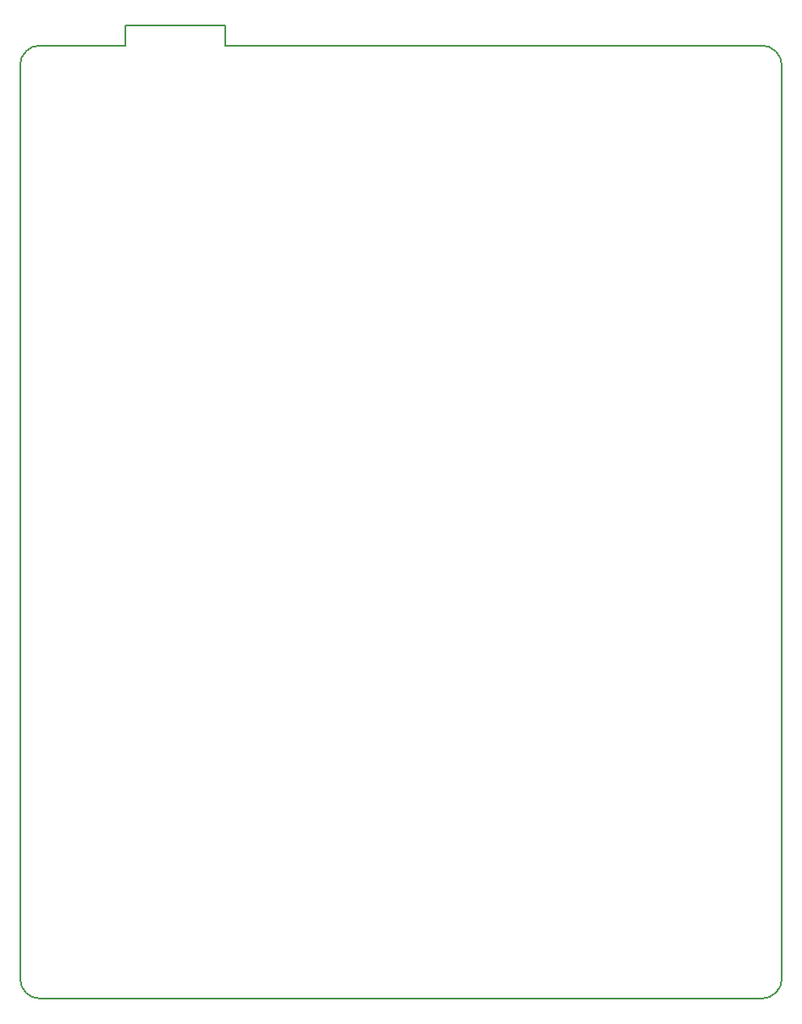
<source format=gbr>
G04 #@! TF.GenerationSoftware,KiCad,Pcbnew,(6.0.10)*
G04 #@! TF.CreationDate,2023-08-04T22:21:03-04:00*
G04 #@! TF.ProjectId,NugMacro-Keypad,4e75674d-6163-4726-9f2d-4b6579706164,rev?*
G04 #@! TF.SameCoordinates,Original*
G04 #@! TF.FileFunction,Profile,NP*
%FSLAX46Y46*%
G04 Gerber Fmt 4.6, Leading zero omitted, Abs format (unit mm)*
G04 Created by KiCad (PCBNEW (6.0.10)) date 2023-08-04 22:21:03*
%MOMM*%
%LPD*%
G01*
G04 APERTURE LIST*
G04 #@! TA.AperFunction,Profile*
%ADD10C,0.200000*%
G04 #@! TD*
G04 APERTURE END LIST*
D10*
X38932790Y-55761930D02*
X92590035Y-55761930D01*
X28932790Y-53761930D02*
X38932790Y-53761930D01*
X20439965Y-150962070D02*
X92590035Y-150962070D01*
X20439965Y-55761930D02*
X20439965Y-55761930D01*
X94590070Y-57761930D02*
G75*
G03*
X92590035Y-55761930I-2000070J-70D01*
G01*
X92590035Y-150962135D02*
G75*
G03*
X94590035Y-148962070I65J1999935D01*
G01*
X94590035Y-57761930D02*
X94590035Y-148962070D01*
X18439965Y-57761930D02*
X18439965Y-148962070D01*
X28932790Y-53761930D02*
X28932790Y-55761930D01*
X20439965Y-55761935D02*
G75*
G03*
X18439965Y-57761930I-5J-1999995D01*
G01*
X20439965Y-55761930D02*
X28932790Y-55761930D01*
X38932790Y-53761930D02*
X38932790Y-55761930D01*
X18440030Y-148962070D02*
G75*
G03*
X20439965Y-150962070I1999970J-30D01*
G01*
M02*

</source>
